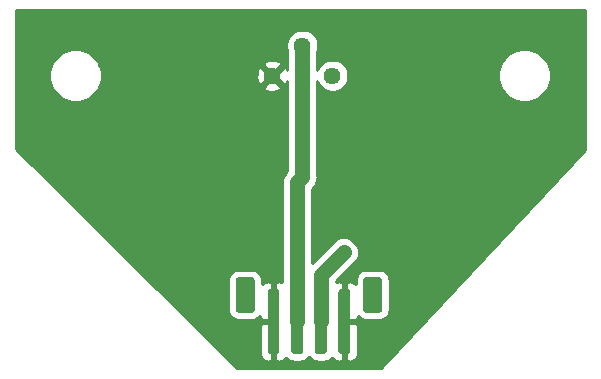
<source format=gbr>
G04 #@! TF.GenerationSoftware,KiCad,Pcbnew,(5.1.2)-2*
G04 #@! TF.CreationDate,2020-01-30T12:43:26+01:00*
G04 #@! TF.ProjectId,SteeringAngleSensor,53746565-7269-46e6-9741-6e676c655365,rev?*
G04 #@! TF.SameCoordinates,Original*
G04 #@! TF.FileFunction,Copper,L1,Top*
G04 #@! TF.FilePolarity,Positive*
%FSLAX45Y45*%
G04 Gerber Fmt 4.5, Leading zero omitted, Abs format (unit mm)*
G04 Created by KiCad (PCBNEW (5.1.2)-2) date 2020-01-30 12:43:26*
%MOMM*%
%LPD*%
G04 APERTURE LIST*
%ADD10C,0.100000*%
%ADD11C,1.600000*%
%ADD12C,1.000000*%
%ADD13C,1.440000*%
%ADD14C,1.270000*%
%ADD15C,0.254000*%
G04 APERTURE END LIST*
D10*
G36*
X14575070Y-10706340D02*
G01*
X14577497Y-10706700D01*
X14579877Y-10707297D01*
X14582187Y-10708123D01*
X14584405Y-10709172D01*
X14586509Y-10710433D01*
X14588480Y-10711895D01*
X14590298Y-10713542D01*
X14591945Y-10715360D01*
X14593407Y-10717331D01*
X14594668Y-10719435D01*
X14595717Y-10721653D01*
X14596543Y-10723963D01*
X14597140Y-10726343D01*
X14597500Y-10728770D01*
X14597620Y-10731220D01*
X14597620Y-10981220D01*
X14597500Y-10983670D01*
X14597140Y-10986097D01*
X14596543Y-10988477D01*
X14595717Y-10990787D01*
X14594668Y-10993005D01*
X14593407Y-10995109D01*
X14591945Y-10997080D01*
X14590298Y-10998898D01*
X14588480Y-11000545D01*
X14586509Y-11002007D01*
X14584405Y-11003268D01*
X14582187Y-11004317D01*
X14579877Y-11005144D01*
X14577497Y-11005740D01*
X14575070Y-11006100D01*
X14572620Y-11006220D01*
X14462620Y-11006220D01*
X14460170Y-11006100D01*
X14457743Y-11005740D01*
X14455363Y-11005144D01*
X14453053Y-11004317D01*
X14450835Y-11003268D01*
X14448731Y-11002007D01*
X14446760Y-11000545D01*
X14444942Y-10998898D01*
X14443295Y-10997080D01*
X14441833Y-10995109D01*
X14440572Y-10993005D01*
X14439523Y-10990787D01*
X14438696Y-10988477D01*
X14438100Y-10986097D01*
X14437740Y-10983670D01*
X14437620Y-10981220D01*
X14437620Y-10731220D01*
X14437740Y-10728770D01*
X14438100Y-10726343D01*
X14438696Y-10723963D01*
X14439523Y-10721653D01*
X14440572Y-10719435D01*
X14441833Y-10717331D01*
X14443295Y-10715360D01*
X14444942Y-10713542D01*
X14446760Y-10711895D01*
X14448731Y-10710433D01*
X14450835Y-10709172D01*
X14453053Y-10708123D01*
X14455363Y-10707297D01*
X14457743Y-10706700D01*
X14460170Y-10706340D01*
X14462620Y-10706220D01*
X14572620Y-10706220D01*
X14575070Y-10706340D01*
X14575070Y-10706340D01*
G37*
D11*
X14517620Y-10856220D03*
D10*
G36*
X13495070Y-10706340D02*
G01*
X13497497Y-10706700D01*
X13499877Y-10707297D01*
X13502187Y-10708123D01*
X13504405Y-10709172D01*
X13506509Y-10710433D01*
X13508480Y-10711895D01*
X13510298Y-10713542D01*
X13511945Y-10715360D01*
X13513407Y-10717331D01*
X13514668Y-10719435D01*
X13515717Y-10721653D01*
X13516543Y-10723963D01*
X13517140Y-10726343D01*
X13517500Y-10728770D01*
X13517620Y-10731220D01*
X13517620Y-10981220D01*
X13517500Y-10983670D01*
X13517140Y-10986097D01*
X13516543Y-10988477D01*
X13515717Y-10990787D01*
X13514668Y-10993005D01*
X13513407Y-10995109D01*
X13511945Y-10997080D01*
X13510298Y-10998898D01*
X13508480Y-11000545D01*
X13506509Y-11002007D01*
X13504405Y-11003268D01*
X13502187Y-11004317D01*
X13499877Y-11005144D01*
X13497497Y-11005740D01*
X13495070Y-11006100D01*
X13492620Y-11006220D01*
X13382620Y-11006220D01*
X13380170Y-11006100D01*
X13377743Y-11005740D01*
X13375363Y-11005144D01*
X13373053Y-11004317D01*
X13370835Y-11003268D01*
X13368731Y-11002007D01*
X13366760Y-11000545D01*
X13364942Y-10998898D01*
X13363295Y-10997080D01*
X13361833Y-10995109D01*
X13360572Y-10993005D01*
X13359523Y-10990787D01*
X13358696Y-10988477D01*
X13358100Y-10986097D01*
X13357740Y-10983670D01*
X13357620Y-10981220D01*
X13357620Y-10731220D01*
X13357740Y-10728770D01*
X13358100Y-10726343D01*
X13358696Y-10723963D01*
X13359523Y-10721653D01*
X13360572Y-10719435D01*
X13361833Y-10717331D01*
X13363295Y-10715360D01*
X13364942Y-10713542D01*
X13366760Y-10711895D01*
X13368731Y-10710433D01*
X13370835Y-10709172D01*
X13373053Y-10708123D01*
X13375363Y-10707297D01*
X13377743Y-10706700D01*
X13380170Y-10706340D01*
X13382620Y-10706220D01*
X13492620Y-10706220D01*
X13495070Y-10706340D01*
X13495070Y-10706340D01*
G37*
D11*
X13437620Y-10856220D03*
D10*
G36*
X14305070Y-10806340D02*
G01*
X14307497Y-10806700D01*
X14309877Y-10807297D01*
X14312187Y-10808123D01*
X14314405Y-10809172D01*
X14316509Y-10810433D01*
X14318480Y-10811895D01*
X14320298Y-10813542D01*
X14321945Y-10815360D01*
X14323407Y-10817331D01*
X14324668Y-10819435D01*
X14325717Y-10821653D01*
X14326543Y-10823963D01*
X14327140Y-10826343D01*
X14327500Y-10828770D01*
X14327620Y-10831220D01*
X14327620Y-11331220D01*
X14327500Y-11333670D01*
X14327140Y-11336097D01*
X14326543Y-11338477D01*
X14325717Y-11340787D01*
X14324668Y-11343005D01*
X14323407Y-11345109D01*
X14321945Y-11347080D01*
X14320298Y-11348898D01*
X14318480Y-11350545D01*
X14316509Y-11352007D01*
X14314405Y-11353268D01*
X14312187Y-11354317D01*
X14309877Y-11355143D01*
X14307497Y-11355740D01*
X14305070Y-11356100D01*
X14302620Y-11356220D01*
X14252620Y-11356220D01*
X14250170Y-11356100D01*
X14247743Y-11355740D01*
X14245363Y-11355143D01*
X14243053Y-11354317D01*
X14240835Y-11353268D01*
X14238731Y-11352007D01*
X14236760Y-11350545D01*
X14234942Y-11348898D01*
X14233295Y-11347080D01*
X14231833Y-11345109D01*
X14230572Y-11343005D01*
X14229523Y-11340787D01*
X14228696Y-11338477D01*
X14228100Y-11336097D01*
X14227740Y-11333670D01*
X14227620Y-11331220D01*
X14227620Y-10831220D01*
X14227740Y-10828770D01*
X14228100Y-10826343D01*
X14228696Y-10823963D01*
X14229523Y-10821653D01*
X14230572Y-10819435D01*
X14231833Y-10817331D01*
X14233295Y-10815360D01*
X14234942Y-10813542D01*
X14236760Y-10811895D01*
X14238731Y-10810433D01*
X14240835Y-10809172D01*
X14243053Y-10808123D01*
X14245363Y-10807297D01*
X14247743Y-10806700D01*
X14250170Y-10806340D01*
X14252620Y-10806220D01*
X14302620Y-10806220D01*
X14305070Y-10806340D01*
X14305070Y-10806340D01*
G37*
D12*
X14277620Y-11081220D03*
D10*
G36*
X14105070Y-10806340D02*
G01*
X14107497Y-10806700D01*
X14109877Y-10807297D01*
X14112187Y-10808123D01*
X14114405Y-10809172D01*
X14116509Y-10810433D01*
X14118480Y-10811895D01*
X14120298Y-10813542D01*
X14121945Y-10815360D01*
X14123407Y-10817331D01*
X14124668Y-10819435D01*
X14125717Y-10821653D01*
X14126543Y-10823963D01*
X14127140Y-10826343D01*
X14127500Y-10828770D01*
X14127620Y-10831220D01*
X14127620Y-11331220D01*
X14127500Y-11333670D01*
X14127140Y-11336097D01*
X14126543Y-11338477D01*
X14125717Y-11340787D01*
X14124668Y-11343005D01*
X14123407Y-11345109D01*
X14121945Y-11347080D01*
X14120298Y-11348898D01*
X14118480Y-11350545D01*
X14116509Y-11352007D01*
X14114405Y-11353268D01*
X14112187Y-11354317D01*
X14109877Y-11355143D01*
X14107497Y-11355740D01*
X14105070Y-11356100D01*
X14102620Y-11356220D01*
X14052620Y-11356220D01*
X14050170Y-11356100D01*
X14047743Y-11355740D01*
X14045363Y-11355143D01*
X14043053Y-11354317D01*
X14040835Y-11353268D01*
X14038731Y-11352007D01*
X14036760Y-11350545D01*
X14034942Y-11348898D01*
X14033295Y-11347080D01*
X14031833Y-11345109D01*
X14030572Y-11343005D01*
X14029523Y-11340787D01*
X14028696Y-11338477D01*
X14028100Y-11336097D01*
X14027740Y-11333670D01*
X14027620Y-11331220D01*
X14027620Y-10831220D01*
X14027740Y-10828770D01*
X14028100Y-10826343D01*
X14028696Y-10823963D01*
X14029523Y-10821653D01*
X14030572Y-10819435D01*
X14031833Y-10817331D01*
X14033295Y-10815360D01*
X14034942Y-10813542D01*
X14036760Y-10811895D01*
X14038731Y-10810433D01*
X14040835Y-10809172D01*
X14043053Y-10808123D01*
X14045363Y-10807297D01*
X14047743Y-10806700D01*
X14050170Y-10806340D01*
X14052620Y-10806220D01*
X14102620Y-10806220D01*
X14105070Y-10806340D01*
X14105070Y-10806340D01*
G37*
D12*
X14077620Y-11081220D03*
D10*
G36*
X13905070Y-10806340D02*
G01*
X13907497Y-10806700D01*
X13909877Y-10807297D01*
X13912187Y-10808123D01*
X13914405Y-10809172D01*
X13916509Y-10810433D01*
X13918480Y-10811895D01*
X13920298Y-10813542D01*
X13921945Y-10815360D01*
X13923407Y-10817331D01*
X13924668Y-10819435D01*
X13925717Y-10821653D01*
X13926543Y-10823963D01*
X13927140Y-10826343D01*
X13927500Y-10828770D01*
X13927620Y-10831220D01*
X13927620Y-11331220D01*
X13927500Y-11333670D01*
X13927140Y-11336097D01*
X13926543Y-11338477D01*
X13925717Y-11340787D01*
X13924668Y-11343005D01*
X13923407Y-11345109D01*
X13921945Y-11347080D01*
X13920298Y-11348898D01*
X13918480Y-11350545D01*
X13916509Y-11352007D01*
X13914405Y-11353268D01*
X13912187Y-11354317D01*
X13909877Y-11355143D01*
X13907497Y-11355740D01*
X13905070Y-11356100D01*
X13902620Y-11356220D01*
X13852620Y-11356220D01*
X13850170Y-11356100D01*
X13847743Y-11355740D01*
X13845363Y-11355143D01*
X13843053Y-11354317D01*
X13840835Y-11353268D01*
X13838731Y-11352007D01*
X13836760Y-11350545D01*
X13834942Y-11348898D01*
X13833295Y-11347080D01*
X13831833Y-11345109D01*
X13830572Y-11343005D01*
X13829523Y-11340787D01*
X13828696Y-11338477D01*
X13828100Y-11336097D01*
X13827740Y-11333670D01*
X13827620Y-11331220D01*
X13827620Y-10831220D01*
X13827740Y-10828770D01*
X13828100Y-10826343D01*
X13828696Y-10823963D01*
X13829523Y-10821653D01*
X13830572Y-10819435D01*
X13831833Y-10817331D01*
X13833295Y-10815360D01*
X13834942Y-10813542D01*
X13836760Y-10811895D01*
X13838731Y-10810433D01*
X13840835Y-10809172D01*
X13843053Y-10808123D01*
X13845363Y-10807297D01*
X13847743Y-10806700D01*
X13850170Y-10806340D01*
X13852620Y-10806220D01*
X13902620Y-10806220D01*
X13905070Y-10806340D01*
X13905070Y-10806340D01*
G37*
D12*
X13877620Y-11081220D03*
D10*
G36*
X13705070Y-10806340D02*
G01*
X13707497Y-10806700D01*
X13709877Y-10807297D01*
X13712187Y-10808123D01*
X13714405Y-10809172D01*
X13716509Y-10810433D01*
X13718480Y-10811895D01*
X13720298Y-10813542D01*
X13721945Y-10815360D01*
X13723407Y-10817331D01*
X13724668Y-10819435D01*
X13725717Y-10821653D01*
X13726543Y-10823963D01*
X13727140Y-10826343D01*
X13727500Y-10828770D01*
X13727620Y-10831220D01*
X13727620Y-11331220D01*
X13727500Y-11333670D01*
X13727140Y-11336097D01*
X13726543Y-11338477D01*
X13725717Y-11340787D01*
X13724668Y-11343005D01*
X13723407Y-11345109D01*
X13721945Y-11347080D01*
X13720298Y-11348898D01*
X13718480Y-11350545D01*
X13716509Y-11352007D01*
X13714405Y-11353268D01*
X13712187Y-11354317D01*
X13709877Y-11355143D01*
X13707497Y-11355740D01*
X13705070Y-11356100D01*
X13702620Y-11356220D01*
X13652620Y-11356220D01*
X13650170Y-11356100D01*
X13647743Y-11355740D01*
X13645363Y-11355143D01*
X13643053Y-11354317D01*
X13640835Y-11353268D01*
X13638731Y-11352007D01*
X13636760Y-11350545D01*
X13634942Y-11348898D01*
X13633295Y-11347080D01*
X13631833Y-11345109D01*
X13630572Y-11343005D01*
X13629523Y-11340787D01*
X13628696Y-11338477D01*
X13628100Y-11336097D01*
X13627740Y-11333670D01*
X13627620Y-11331220D01*
X13627620Y-10831220D01*
X13627740Y-10828770D01*
X13628100Y-10826343D01*
X13628696Y-10823963D01*
X13629523Y-10821653D01*
X13630572Y-10819435D01*
X13631833Y-10817331D01*
X13633295Y-10815360D01*
X13634942Y-10813542D01*
X13636760Y-10811895D01*
X13638731Y-10810433D01*
X13640835Y-10809172D01*
X13643053Y-10808123D01*
X13645363Y-10807297D01*
X13647743Y-10806700D01*
X13650170Y-10806340D01*
X13652620Y-10806220D01*
X13702620Y-10806220D01*
X13705070Y-10806340D01*
X13705070Y-10806340D01*
G37*
D12*
X13677620Y-11081220D03*
D13*
X14177000Y-9000000D03*
X13923000Y-8746000D03*
X13669000Y-9000000D03*
D12*
X14272260Y-10495280D03*
D14*
X13877620Y-9904400D02*
X13877620Y-11081220D01*
X13923000Y-8746000D02*
X13923000Y-9859020D01*
X13923000Y-9859020D02*
X13877620Y-9904400D01*
X14077620Y-11081220D02*
X14077620Y-10689920D01*
X14077620Y-10689920D02*
X14272260Y-10495280D01*
D15*
G36*
X16317000Y-9625951D02*
G01*
X14584355Y-11479000D01*
X13370135Y-11479000D01*
X13246058Y-11356220D01*
X13563813Y-11356220D01*
X13565039Y-11368668D01*
X13568670Y-11380638D01*
X13574566Y-11391669D01*
X13582501Y-11401338D01*
X13592171Y-11409274D01*
X13603202Y-11415170D01*
X13615172Y-11418801D01*
X13627620Y-11420027D01*
X13649045Y-11419720D01*
X13664920Y-11403845D01*
X13664920Y-11093920D01*
X13579995Y-11093920D01*
X13564120Y-11109795D01*
X13563813Y-11356220D01*
X13246058Y-11356220D01*
X12614455Y-10731220D01*
X13293813Y-10731220D01*
X13293813Y-10981220D01*
X13295519Y-10998545D01*
X13300573Y-11015205D01*
X13308779Y-11030559D01*
X13319824Y-11044016D01*
X13333281Y-11055061D01*
X13348635Y-11063267D01*
X13365295Y-11068321D01*
X13382620Y-11070027D01*
X13492620Y-11070027D01*
X13509945Y-11068321D01*
X13526605Y-11063267D01*
X13541959Y-11055061D01*
X13555416Y-11044016D01*
X13564096Y-11033440D01*
X13564120Y-11052645D01*
X13579995Y-11068520D01*
X13664920Y-11068520D01*
X13664920Y-10758595D01*
X13649045Y-10742720D01*
X13627620Y-10742413D01*
X13615172Y-10743639D01*
X13603202Y-10747270D01*
X13592171Y-10753166D01*
X13582501Y-10761102D01*
X13581427Y-10762411D01*
X13581427Y-10731220D01*
X13579721Y-10713895D01*
X13574667Y-10697235D01*
X13566460Y-10681881D01*
X13555416Y-10668424D01*
X13541959Y-10657380D01*
X13526605Y-10649173D01*
X13509945Y-10644119D01*
X13492620Y-10642413D01*
X13382620Y-10642413D01*
X13365295Y-10644119D01*
X13348635Y-10649173D01*
X13333281Y-10657380D01*
X13319824Y-10668424D01*
X13308779Y-10681881D01*
X13300573Y-10697235D01*
X13295519Y-10713895D01*
X13293813Y-10731220D01*
X12614455Y-10731220D01*
X11496000Y-9624459D01*
X11496000Y-8977987D01*
X11776500Y-8977987D01*
X11776500Y-9022013D01*
X11785089Y-9065193D01*
X11801937Y-9105867D01*
X11826396Y-9142473D01*
X11857527Y-9173604D01*
X11894133Y-9198063D01*
X11934807Y-9214911D01*
X11977987Y-9223500D01*
X12022013Y-9223500D01*
X12065192Y-9214911D01*
X12105867Y-9198063D01*
X12142473Y-9173604D01*
X12173604Y-9142473D01*
X12198063Y-9105867D01*
X12203162Y-9093556D01*
X13593404Y-9093556D01*
X13599593Y-9117137D01*
X13623779Y-9128427D01*
X13649703Y-9134781D01*
X13676368Y-9135956D01*
X13702750Y-9131906D01*
X13727835Y-9122788D01*
X13738407Y-9117137D01*
X13744595Y-9093556D01*
X13669000Y-9017961D01*
X13593404Y-9093556D01*
X12203162Y-9093556D01*
X12214911Y-9065193D01*
X12223500Y-9022013D01*
X12223500Y-9007368D01*
X13533044Y-9007368D01*
X13537094Y-9033750D01*
X13546212Y-9058835D01*
X13551863Y-9069407D01*
X13575444Y-9075596D01*
X13651039Y-9000000D01*
X13686960Y-9000000D01*
X13762556Y-9075596D01*
X13786137Y-9069407D01*
X13796000Y-9048277D01*
X13796000Y-9806415D01*
X13792229Y-9810186D01*
X13787383Y-9814163D01*
X13771512Y-9833501D01*
X13759720Y-9855564D01*
X13752458Y-9879504D01*
X13750620Y-9898162D01*
X13750620Y-9898163D01*
X13750006Y-9904400D01*
X13750620Y-9910637D01*
X13750620Y-10746840D01*
X13740068Y-10743639D01*
X13727620Y-10742413D01*
X13706195Y-10742720D01*
X13690320Y-10758595D01*
X13690320Y-11068520D01*
X13692320Y-11068520D01*
X13692320Y-11093920D01*
X13690320Y-11093920D01*
X13690320Y-11403845D01*
X13706195Y-11419720D01*
X13727620Y-11420027D01*
X13740068Y-11418801D01*
X13752038Y-11415170D01*
X13763069Y-11409274D01*
X13772738Y-11401338D01*
X13780674Y-11391669D01*
X13783523Y-11386339D01*
X13789824Y-11394016D01*
X13803281Y-11405060D01*
X13818635Y-11413267D01*
X13835295Y-11418321D01*
X13852620Y-11420027D01*
X13902620Y-11420027D01*
X13919945Y-11418321D01*
X13936605Y-11413267D01*
X13951959Y-11405060D01*
X13965416Y-11394016D01*
X13976460Y-11380559D01*
X13977620Y-11378389D01*
X13978779Y-11380559D01*
X13989824Y-11394016D01*
X14003281Y-11405060D01*
X14018635Y-11413267D01*
X14035295Y-11418321D01*
X14052620Y-11420027D01*
X14102620Y-11420027D01*
X14119945Y-11418321D01*
X14136605Y-11413267D01*
X14151959Y-11405060D01*
X14165416Y-11394016D01*
X14171717Y-11386339D01*
X14174566Y-11391669D01*
X14182501Y-11401338D01*
X14192171Y-11409274D01*
X14203202Y-11415170D01*
X14215172Y-11418801D01*
X14227620Y-11420027D01*
X14249045Y-11419720D01*
X14264920Y-11403845D01*
X14264920Y-11093920D01*
X14290320Y-11093920D01*
X14290320Y-11403845D01*
X14306195Y-11419720D01*
X14327620Y-11420027D01*
X14340068Y-11418801D01*
X14352038Y-11415170D01*
X14363069Y-11409274D01*
X14372738Y-11401338D01*
X14380674Y-11391669D01*
X14386570Y-11380638D01*
X14390201Y-11368668D01*
X14391427Y-11356220D01*
X14391120Y-11109795D01*
X14375245Y-11093920D01*
X14290320Y-11093920D01*
X14264920Y-11093920D01*
X14262920Y-11093920D01*
X14262920Y-11068520D01*
X14264920Y-11068520D01*
X14264920Y-10758595D01*
X14290320Y-10758595D01*
X14290320Y-11068520D01*
X14375245Y-11068520D01*
X14391120Y-11052645D01*
X14391144Y-11033440D01*
X14399824Y-11044016D01*
X14413281Y-11055061D01*
X14428635Y-11063267D01*
X14445295Y-11068321D01*
X14462620Y-11070027D01*
X14572620Y-11070027D01*
X14589945Y-11068321D01*
X14606605Y-11063267D01*
X14621959Y-11055061D01*
X14635416Y-11044016D01*
X14646460Y-11030559D01*
X14654667Y-11015205D01*
X14659721Y-10998545D01*
X14661427Y-10981220D01*
X14661427Y-10731220D01*
X14659721Y-10713895D01*
X14654667Y-10697235D01*
X14646460Y-10681881D01*
X14635416Y-10668424D01*
X14621959Y-10657380D01*
X14606605Y-10649173D01*
X14589945Y-10644119D01*
X14572620Y-10642413D01*
X14462620Y-10642413D01*
X14445295Y-10644119D01*
X14428635Y-10649173D01*
X14413281Y-10657380D01*
X14399824Y-10668424D01*
X14388779Y-10681881D01*
X14380573Y-10697235D01*
X14375519Y-10713895D01*
X14373813Y-10731220D01*
X14373813Y-10762411D01*
X14372738Y-10761102D01*
X14363069Y-10753166D01*
X14352038Y-10747270D01*
X14340068Y-10743639D01*
X14327620Y-10742413D01*
X14306195Y-10742720D01*
X14290320Y-10758595D01*
X14264920Y-10758595D01*
X14249045Y-10742720D01*
X14227620Y-10742413D01*
X14215172Y-10743639D01*
X14204620Y-10746840D01*
X14204620Y-10742525D01*
X14366473Y-10580672D01*
X14378367Y-10566179D01*
X14390160Y-10544116D01*
X14397422Y-10520176D01*
X14399874Y-10495280D01*
X14397422Y-10470384D01*
X14390160Y-10446444D01*
X14378367Y-10424381D01*
X14362497Y-10405043D01*
X14343159Y-10389173D01*
X14321096Y-10377380D01*
X14297156Y-10370118D01*
X14272260Y-10367666D01*
X14247364Y-10370118D01*
X14223424Y-10377380D01*
X14201361Y-10389173D01*
X14186868Y-10401067D01*
X14004620Y-10583315D01*
X14004620Y-9957005D01*
X14008391Y-9953234D01*
X14013237Y-9949257D01*
X14029107Y-9929919D01*
X14040900Y-9907856D01*
X14048162Y-9883916D01*
X14050000Y-9865258D01*
X14050000Y-9865257D01*
X14050614Y-9859020D01*
X14050000Y-9852783D01*
X14050000Y-9047473D01*
X14056921Y-9064183D01*
X14071750Y-9086376D01*
X14090624Y-9105250D01*
X14112817Y-9120079D01*
X14137476Y-9130293D01*
X14163654Y-9135500D01*
X14190346Y-9135500D01*
X14216524Y-9130293D01*
X14241183Y-9120079D01*
X14263376Y-9105250D01*
X14282250Y-9086376D01*
X14297078Y-9064183D01*
X14307293Y-9039524D01*
X14312500Y-9013346D01*
X14312500Y-8986654D01*
X14310776Y-8977987D01*
X15576500Y-8977987D01*
X15576500Y-9022013D01*
X15585089Y-9065193D01*
X15601937Y-9105867D01*
X15626396Y-9142473D01*
X15657527Y-9173604D01*
X15694133Y-9198063D01*
X15734807Y-9214911D01*
X15777987Y-9223500D01*
X15822013Y-9223500D01*
X15865192Y-9214911D01*
X15905867Y-9198063D01*
X15942473Y-9173604D01*
X15973604Y-9142473D01*
X15998063Y-9105867D01*
X16014911Y-9065193D01*
X16023500Y-9022013D01*
X16023500Y-8977987D01*
X16014911Y-8934808D01*
X15998063Y-8894133D01*
X15973604Y-8857527D01*
X15942473Y-8826396D01*
X15905867Y-8801937D01*
X15865192Y-8785089D01*
X15822013Y-8776500D01*
X15777987Y-8776500D01*
X15734807Y-8785089D01*
X15694133Y-8801937D01*
X15657527Y-8826396D01*
X15626396Y-8857527D01*
X15601937Y-8894133D01*
X15585089Y-8934808D01*
X15576500Y-8977987D01*
X14310776Y-8977987D01*
X14307293Y-8960476D01*
X14297078Y-8935817D01*
X14282250Y-8913624D01*
X14263376Y-8894750D01*
X14241183Y-8879922D01*
X14216524Y-8869707D01*
X14190346Y-8864500D01*
X14163654Y-8864500D01*
X14137476Y-8869707D01*
X14112817Y-8879922D01*
X14090624Y-8894750D01*
X14071750Y-8913624D01*
X14056921Y-8935817D01*
X14050000Y-8952527D01*
X14050000Y-8793473D01*
X14053293Y-8785524D01*
X14058500Y-8759346D01*
X14058500Y-8732654D01*
X14053293Y-8706476D01*
X14043078Y-8681817D01*
X14028250Y-8659624D01*
X14009376Y-8640750D01*
X13987183Y-8625922D01*
X13962524Y-8615707D01*
X13936346Y-8610500D01*
X13909654Y-8610500D01*
X13883476Y-8615707D01*
X13858817Y-8625922D01*
X13836624Y-8640750D01*
X13817750Y-8659624D01*
X13802921Y-8681817D01*
X13792707Y-8706476D01*
X13787500Y-8732654D01*
X13787500Y-8759346D01*
X13792707Y-8785524D01*
X13796000Y-8793473D01*
X13796000Y-8952753D01*
X13791787Y-8941165D01*
X13786137Y-8930593D01*
X13762556Y-8924405D01*
X13686960Y-9000000D01*
X13651039Y-9000000D01*
X13575444Y-8924405D01*
X13551863Y-8930593D01*
X13540573Y-8954779D01*
X13534219Y-8980703D01*
X13533044Y-9007368D01*
X12223500Y-9007368D01*
X12223500Y-8977987D01*
X12214911Y-8934808D01*
X12203162Y-8906444D01*
X13593404Y-8906444D01*
X13669000Y-8982040D01*
X13744595Y-8906444D01*
X13738407Y-8882863D01*
X13714221Y-8871573D01*
X13688297Y-8865219D01*
X13661632Y-8864044D01*
X13635250Y-8868094D01*
X13610165Y-8877213D01*
X13599593Y-8882863D01*
X13593404Y-8906444D01*
X12203162Y-8906444D01*
X12198063Y-8894133D01*
X12173604Y-8857527D01*
X12142473Y-8826396D01*
X12105867Y-8801937D01*
X12065192Y-8785089D01*
X12022013Y-8776500D01*
X11977987Y-8776500D01*
X11934807Y-8785089D01*
X11894133Y-8801937D01*
X11857527Y-8826396D01*
X11826396Y-8857527D01*
X11801937Y-8894133D01*
X11785089Y-8934808D01*
X11776500Y-8977987D01*
X11496000Y-8977987D01*
X11496000Y-8448000D01*
X16317000Y-8448000D01*
X16317000Y-9625951D01*
X16317000Y-9625951D01*
G37*
X16317000Y-9625951D02*
X14584355Y-11479000D01*
X13370135Y-11479000D01*
X13246058Y-11356220D01*
X13563813Y-11356220D01*
X13565039Y-11368668D01*
X13568670Y-11380638D01*
X13574566Y-11391669D01*
X13582501Y-11401338D01*
X13592171Y-11409274D01*
X13603202Y-11415170D01*
X13615172Y-11418801D01*
X13627620Y-11420027D01*
X13649045Y-11419720D01*
X13664920Y-11403845D01*
X13664920Y-11093920D01*
X13579995Y-11093920D01*
X13564120Y-11109795D01*
X13563813Y-11356220D01*
X13246058Y-11356220D01*
X12614455Y-10731220D01*
X13293813Y-10731220D01*
X13293813Y-10981220D01*
X13295519Y-10998545D01*
X13300573Y-11015205D01*
X13308779Y-11030559D01*
X13319824Y-11044016D01*
X13333281Y-11055061D01*
X13348635Y-11063267D01*
X13365295Y-11068321D01*
X13382620Y-11070027D01*
X13492620Y-11070027D01*
X13509945Y-11068321D01*
X13526605Y-11063267D01*
X13541959Y-11055061D01*
X13555416Y-11044016D01*
X13564096Y-11033440D01*
X13564120Y-11052645D01*
X13579995Y-11068520D01*
X13664920Y-11068520D01*
X13664920Y-10758595D01*
X13649045Y-10742720D01*
X13627620Y-10742413D01*
X13615172Y-10743639D01*
X13603202Y-10747270D01*
X13592171Y-10753166D01*
X13582501Y-10761102D01*
X13581427Y-10762411D01*
X13581427Y-10731220D01*
X13579721Y-10713895D01*
X13574667Y-10697235D01*
X13566460Y-10681881D01*
X13555416Y-10668424D01*
X13541959Y-10657380D01*
X13526605Y-10649173D01*
X13509945Y-10644119D01*
X13492620Y-10642413D01*
X13382620Y-10642413D01*
X13365295Y-10644119D01*
X13348635Y-10649173D01*
X13333281Y-10657380D01*
X13319824Y-10668424D01*
X13308779Y-10681881D01*
X13300573Y-10697235D01*
X13295519Y-10713895D01*
X13293813Y-10731220D01*
X12614455Y-10731220D01*
X11496000Y-9624459D01*
X11496000Y-8977987D01*
X11776500Y-8977987D01*
X11776500Y-9022013D01*
X11785089Y-9065193D01*
X11801937Y-9105867D01*
X11826396Y-9142473D01*
X11857527Y-9173604D01*
X11894133Y-9198063D01*
X11934807Y-9214911D01*
X11977987Y-9223500D01*
X12022013Y-9223500D01*
X12065192Y-9214911D01*
X12105867Y-9198063D01*
X12142473Y-9173604D01*
X12173604Y-9142473D01*
X12198063Y-9105867D01*
X12203162Y-9093556D01*
X13593404Y-9093556D01*
X13599593Y-9117137D01*
X13623779Y-9128427D01*
X13649703Y-9134781D01*
X13676368Y-9135956D01*
X13702750Y-9131906D01*
X13727835Y-9122788D01*
X13738407Y-9117137D01*
X13744595Y-9093556D01*
X13669000Y-9017961D01*
X13593404Y-9093556D01*
X12203162Y-9093556D01*
X12214911Y-9065193D01*
X12223500Y-9022013D01*
X12223500Y-9007368D01*
X13533044Y-9007368D01*
X13537094Y-9033750D01*
X13546212Y-9058835D01*
X13551863Y-9069407D01*
X13575444Y-9075596D01*
X13651039Y-9000000D01*
X13686960Y-9000000D01*
X13762556Y-9075596D01*
X13786137Y-9069407D01*
X13796000Y-9048277D01*
X13796000Y-9806415D01*
X13792229Y-9810186D01*
X13787383Y-9814163D01*
X13771512Y-9833501D01*
X13759720Y-9855564D01*
X13752458Y-9879504D01*
X13750620Y-9898162D01*
X13750620Y-9898163D01*
X13750006Y-9904400D01*
X13750620Y-9910637D01*
X13750620Y-10746840D01*
X13740068Y-10743639D01*
X13727620Y-10742413D01*
X13706195Y-10742720D01*
X13690320Y-10758595D01*
X13690320Y-11068520D01*
X13692320Y-11068520D01*
X13692320Y-11093920D01*
X13690320Y-11093920D01*
X13690320Y-11403845D01*
X13706195Y-11419720D01*
X13727620Y-11420027D01*
X13740068Y-11418801D01*
X13752038Y-11415170D01*
X13763069Y-11409274D01*
X13772738Y-11401338D01*
X13780674Y-11391669D01*
X13783523Y-11386339D01*
X13789824Y-11394016D01*
X13803281Y-11405060D01*
X13818635Y-11413267D01*
X13835295Y-11418321D01*
X13852620Y-11420027D01*
X13902620Y-11420027D01*
X13919945Y-11418321D01*
X13936605Y-11413267D01*
X13951959Y-11405060D01*
X13965416Y-11394016D01*
X13976460Y-11380559D01*
X13977620Y-11378389D01*
X13978779Y-11380559D01*
X13989824Y-11394016D01*
X14003281Y-11405060D01*
X14018635Y-11413267D01*
X14035295Y-11418321D01*
X14052620Y-11420027D01*
X14102620Y-11420027D01*
X14119945Y-11418321D01*
X14136605Y-11413267D01*
X14151959Y-11405060D01*
X14165416Y-11394016D01*
X14171717Y-11386339D01*
X14174566Y-11391669D01*
X14182501Y-11401338D01*
X14192171Y-11409274D01*
X14203202Y-11415170D01*
X14215172Y-11418801D01*
X14227620Y-11420027D01*
X14249045Y-11419720D01*
X14264920Y-11403845D01*
X14264920Y-11093920D01*
X14290320Y-11093920D01*
X14290320Y-11403845D01*
X14306195Y-11419720D01*
X14327620Y-11420027D01*
X14340068Y-11418801D01*
X14352038Y-11415170D01*
X14363069Y-11409274D01*
X14372738Y-11401338D01*
X14380674Y-11391669D01*
X14386570Y-11380638D01*
X14390201Y-11368668D01*
X14391427Y-11356220D01*
X14391120Y-11109795D01*
X14375245Y-11093920D01*
X14290320Y-11093920D01*
X14264920Y-11093920D01*
X14262920Y-11093920D01*
X14262920Y-11068520D01*
X14264920Y-11068520D01*
X14264920Y-10758595D01*
X14290320Y-10758595D01*
X14290320Y-11068520D01*
X14375245Y-11068520D01*
X14391120Y-11052645D01*
X14391144Y-11033440D01*
X14399824Y-11044016D01*
X14413281Y-11055061D01*
X14428635Y-11063267D01*
X14445295Y-11068321D01*
X14462620Y-11070027D01*
X14572620Y-11070027D01*
X14589945Y-11068321D01*
X14606605Y-11063267D01*
X14621959Y-11055061D01*
X14635416Y-11044016D01*
X14646460Y-11030559D01*
X14654667Y-11015205D01*
X14659721Y-10998545D01*
X14661427Y-10981220D01*
X14661427Y-10731220D01*
X14659721Y-10713895D01*
X14654667Y-10697235D01*
X14646460Y-10681881D01*
X14635416Y-10668424D01*
X14621959Y-10657380D01*
X14606605Y-10649173D01*
X14589945Y-10644119D01*
X14572620Y-10642413D01*
X14462620Y-10642413D01*
X14445295Y-10644119D01*
X14428635Y-10649173D01*
X14413281Y-10657380D01*
X14399824Y-10668424D01*
X14388779Y-10681881D01*
X14380573Y-10697235D01*
X14375519Y-10713895D01*
X14373813Y-10731220D01*
X14373813Y-10762411D01*
X14372738Y-10761102D01*
X14363069Y-10753166D01*
X14352038Y-10747270D01*
X14340068Y-10743639D01*
X14327620Y-10742413D01*
X14306195Y-10742720D01*
X14290320Y-10758595D01*
X14264920Y-10758595D01*
X14249045Y-10742720D01*
X14227620Y-10742413D01*
X14215172Y-10743639D01*
X14204620Y-10746840D01*
X14204620Y-10742525D01*
X14366473Y-10580672D01*
X14378367Y-10566179D01*
X14390160Y-10544116D01*
X14397422Y-10520176D01*
X14399874Y-10495280D01*
X14397422Y-10470384D01*
X14390160Y-10446444D01*
X14378367Y-10424381D01*
X14362497Y-10405043D01*
X14343159Y-10389173D01*
X14321096Y-10377380D01*
X14297156Y-10370118D01*
X14272260Y-10367666D01*
X14247364Y-10370118D01*
X14223424Y-10377380D01*
X14201361Y-10389173D01*
X14186868Y-10401067D01*
X14004620Y-10583315D01*
X14004620Y-9957005D01*
X14008391Y-9953234D01*
X14013237Y-9949257D01*
X14029107Y-9929919D01*
X14040900Y-9907856D01*
X14048162Y-9883916D01*
X14050000Y-9865258D01*
X14050000Y-9865257D01*
X14050614Y-9859020D01*
X14050000Y-9852783D01*
X14050000Y-9047473D01*
X14056921Y-9064183D01*
X14071750Y-9086376D01*
X14090624Y-9105250D01*
X14112817Y-9120079D01*
X14137476Y-9130293D01*
X14163654Y-9135500D01*
X14190346Y-9135500D01*
X14216524Y-9130293D01*
X14241183Y-9120079D01*
X14263376Y-9105250D01*
X14282250Y-9086376D01*
X14297078Y-9064183D01*
X14307293Y-9039524D01*
X14312500Y-9013346D01*
X14312500Y-8986654D01*
X14310776Y-8977987D01*
X15576500Y-8977987D01*
X15576500Y-9022013D01*
X15585089Y-9065193D01*
X15601937Y-9105867D01*
X15626396Y-9142473D01*
X15657527Y-9173604D01*
X15694133Y-9198063D01*
X15734807Y-9214911D01*
X15777987Y-9223500D01*
X15822013Y-9223500D01*
X15865192Y-9214911D01*
X15905867Y-9198063D01*
X15942473Y-9173604D01*
X15973604Y-9142473D01*
X15998063Y-9105867D01*
X16014911Y-9065193D01*
X16023500Y-9022013D01*
X16023500Y-8977987D01*
X16014911Y-8934808D01*
X15998063Y-8894133D01*
X15973604Y-8857527D01*
X15942473Y-8826396D01*
X15905867Y-8801937D01*
X15865192Y-8785089D01*
X15822013Y-8776500D01*
X15777987Y-8776500D01*
X15734807Y-8785089D01*
X15694133Y-8801937D01*
X15657527Y-8826396D01*
X15626396Y-8857527D01*
X15601937Y-8894133D01*
X15585089Y-8934808D01*
X15576500Y-8977987D01*
X14310776Y-8977987D01*
X14307293Y-8960476D01*
X14297078Y-8935817D01*
X14282250Y-8913624D01*
X14263376Y-8894750D01*
X14241183Y-8879922D01*
X14216524Y-8869707D01*
X14190346Y-8864500D01*
X14163654Y-8864500D01*
X14137476Y-8869707D01*
X14112817Y-8879922D01*
X14090624Y-8894750D01*
X14071750Y-8913624D01*
X14056921Y-8935817D01*
X14050000Y-8952527D01*
X14050000Y-8793473D01*
X14053293Y-8785524D01*
X14058500Y-8759346D01*
X14058500Y-8732654D01*
X14053293Y-8706476D01*
X14043078Y-8681817D01*
X14028250Y-8659624D01*
X14009376Y-8640750D01*
X13987183Y-8625922D01*
X13962524Y-8615707D01*
X13936346Y-8610500D01*
X13909654Y-8610500D01*
X13883476Y-8615707D01*
X13858817Y-8625922D01*
X13836624Y-8640750D01*
X13817750Y-8659624D01*
X13802921Y-8681817D01*
X13792707Y-8706476D01*
X13787500Y-8732654D01*
X13787500Y-8759346D01*
X13792707Y-8785524D01*
X13796000Y-8793473D01*
X13796000Y-8952753D01*
X13791787Y-8941165D01*
X13786137Y-8930593D01*
X13762556Y-8924405D01*
X13686960Y-9000000D01*
X13651039Y-9000000D01*
X13575444Y-8924405D01*
X13551863Y-8930593D01*
X13540573Y-8954779D01*
X13534219Y-8980703D01*
X13533044Y-9007368D01*
X12223500Y-9007368D01*
X12223500Y-8977987D01*
X12214911Y-8934808D01*
X12203162Y-8906444D01*
X13593404Y-8906444D01*
X13669000Y-8982040D01*
X13744595Y-8906444D01*
X13738407Y-8882863D01*
X13714221Y-8871573D01*
X13688297Y-8865219D01*
X13661632Y-8864044D01*
X13635250Y-8868094D01*
X13610165Y-8877213D01*
X13599593Y-8882863D01*
X13593404Y-8906444D01*
X12203162Y-8906444D01*
X12198063Y-8894133D01*
X12173604Y-8857527D01*
X12142473Y-8826396D01*
X12105867Y-8801937D01*
X12065192Y-8785089D01*
X12022013Y-8776500D01*
X11977987Y-8776500D01*
X11934807Y-8785089D01*
X11894133Y-8801937D01*
X11857527Y-8826396D01*
X11826396Y-8857527D01*
X11801937Y-8894133D01*
X11785089Y-8934808D01*
X11776500Y-8977987D01*
X11496000Y-8977987D01*
X11496000Y-8448000D01*
X16317000Y-8448000D01*
X16317000Y-9625951D01*
M02*

</source>
